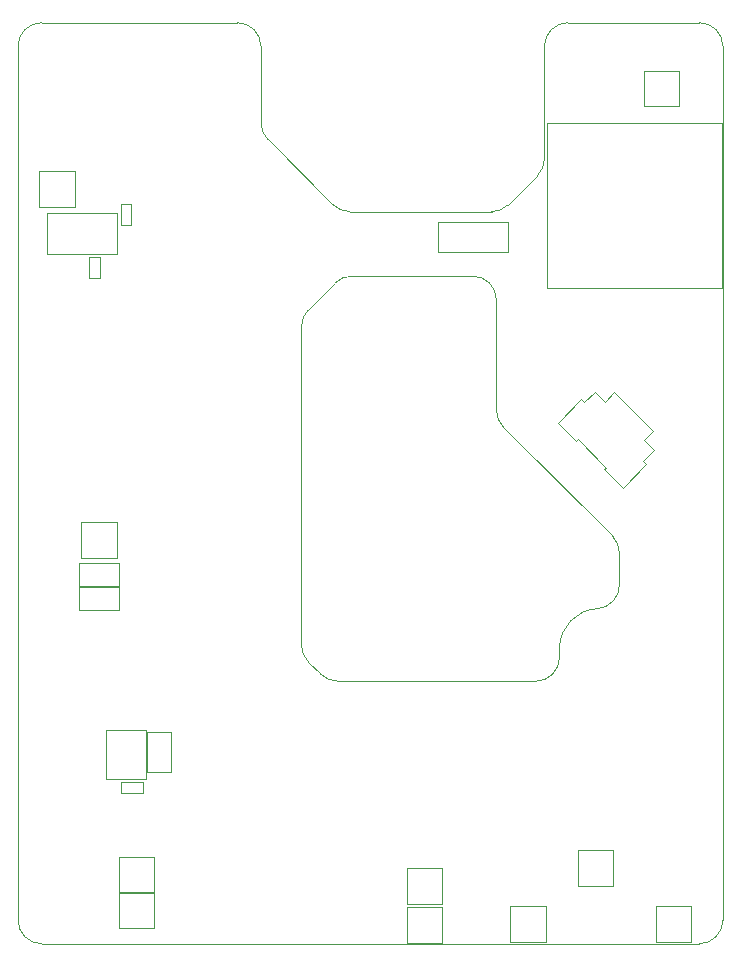
<source format=gbr>
G04 #@! TF.GenerationSoftware,KiCad,Pcbnew,9.0.3*
G04 #@! TF.CreationDate,2026-01-22T19:59:58+01:00*
G04 #@! TF.ProjectId,CM5IO,434d3549-4f2e-46b6-9963-61645f706362,rev?*
G04 #@! TF.SameCoordinates,Original*
G04 #@! TF.FileFunction,Other,User*
%FSLAX46Y46*%
G04 Gerber Fmt 4.6, Leading zero omitted, Abs format (unit mm)*
G04 Created by KiCad (PCBNEW 9.0.3) date 2026-01-22 19:59:58*
%MOMM*%
%LPD*%
G01*
G04 APERTURE LIST*
%ADD10C,0.050000*%
G04 #@! TA.AperFunction,Profile*
%ADD11C,0.050000*%
G04 #@! TD*
G04 APERTURE END LIST*
D10*
X152328298Y-90156198D02*
X153248298Y-90156198D01*
X152328298Y-88336198D02*
X152328298Y-90156198D01*
X153248298Y-90156198D02*
X153248298Y-88336198D01*
X153248298Y-88336198D02*
X152328298Y-88336198D01*
X154970000Y-83870000D02*
X154970000Y-85690000D01*
X154970000Y-85690000D02*
X155890000Y-85690000D01*
X155890000Y-83870000D02*
X154970000Y-83870000D01*
X155890000Y-85690000D02*
X155890000Y-83870000D01*
X148728000Y-88070000D02*
X148728000Y-84670000D01*
X148728000Y-88070000D02*
X154648000Y-88070000D01*
X154648000Y-84670000D02*
X148728000Y-84670000D01*
X154648000Y-84670000D02*
X154648000Y-88070000D01*
X191110000Y-77018000D02*
X191110000Y-91018000D01*
X191110000Y-91018000D02*
X205860000Y-91018000D01*
X205860000Y-77018000D02*
X191110000Y-77018000D01*
X205860000Y-91018000D02*
X205860000Y-77018000D01*
X187966000Y-146351000D02*
X187966000Y-143351000D01*
X187966000Y-146351000D02*
X190966000Y-146351000D01*
X190966000Y-143351000D02*
X187966000Y-143351000D01*
X190966000Y-143351000D02*
X190966000Y-146351000D01*
X151644000Y-113839000D02*
X151644000Y-110839000D01*
X151644000Y-113839000D02*
X154644000Y-113839000D01*
X154644000Y-110839000D02*
X151644000Y-110839000D01*
X154644000Y-110839000D02*
X154644000Y-113839000D01*
X193681000Y-141592801D02*
X193681000Y-138592801D01*
X193681000Y-141592801D02*
X196681000Y-141592801D01*
X196681000Y-138592801D02*
X193681000Y-138592801D01*
X196681000Y-138592801D02*
X196681000Y-141592801D01*
X200285000Y-146351000D02*
X200285000Y-143351000D01*
X200285000Y-146351000D02*
X203285000Y-146351000D01*
X203285000Y-143351000D02*
X200285000Y-143351000D01*
X203285000Y-143351000D02*
X203285000Y-146351000D01*
X199269000Y-75612000D02*
X199269000Y-72612000D01*
X199269000Y-75612000D02*
X202269000Y-75612000D01*
X202269000Y-72612000D02*
X199269000Y-72612000D01*
X202269000Y-72612000D02*
X202269000Y-75612000D01*
X151444000Y-114280000D02*
X151444000Y-116240000D01*
X151444000Y-116240000D02*
X154844000Y-116240000D01*
X154844000Y-114280000D02*
X151444000Y-114280000D01*
X154844000Y-116240000D02*
X154844000Y-114280000D01*
X179203000Y-146421000D02*
X179203000Y-143421000D01*
X179203000Y-146421000D02*
X182203000Y-146421000D01*
X182203000Y-143421000D02*
X179203000Y-143421000D01*
X182203000Y-143421000D02*
X182203000Y-146421000D01*
X157244000Y-128546000D02*
X157244000Y-131946000D01*
X157244000Y-131946000D02*
X159204000Y-131946000D01*
X159204000Y-128546000D02*
X157244000Y-128546000D01*
X159204000Y-131946000D02*
X159204000Y-128546000D01*
X179203000Y-143119000D02*
X179203000Y-140119000D01*
X179203000Y-143119000D02*
X182203000Y-143119000D01*
X182203000Y-140119000D02*
X179203000Y-140119000D01*
X182203000Y-140119000D02*
X182203000Y-143119000D01*
X181832001Y-87952001D02*
X181832001Y-85432001D01*
X181832001Y-87952001D02*
X187812001Y-87952001D01*
X187812001Y-85432001D02*
X181832001Y-85432001D01*
X187812001Y-85432001D02*
X187812001Y-87952001D01*
X153730000Y-128450000D02*
X157130000Y-128450000D01*
X153730000Y-132550000D02*
X153730000Y-128450000D01*
X157130000Y-128450000D02*
X157130000Y-132550000D01*
X157130000Y-132550000D02*
X153730000Y-132550000D01*
X151444000Y-116312000D02*
X151444000Y-118272000D01*
X151444000Y-118272000D02*
X154844000Y-118272000D01*
X154844000Y-116312000D02*
X151444000Y-116312000D01*
X154844000Y-118272000D02*
X154844000Y-116312000D01*
X148088000Y-84121000D02*
X148088000Y-81121000D01*
X148088000Y-84121000D02*
X151088000Y-84121000D01*
X151088000Y-81121000D02*
X148088000Y-81121000D01*
X151088000Y-81121000D02*
X151088000Y-84121000D01*
X154819000Y-142160000D02*
X154819000Y-139160000D01*
X154819000Y-142160000D02*
X157819000Y-142160000D01*
X157819000Y-139160000D02*
X154819000Y-139160000D01*
X157819000Y-139160000D02*
X157819000Y-142160000D01*
X191981806Y-102380431D02*
X193544512Y-103943137D01*
X193544512Y-103943137D02*
X193685933Y-103801716D01*
X193685933Y-103801716D02*
X196075954Y-106191737D01*
X193961705Y-100400532D02*
X191981806Y-102380431D01*
X194244548Y-100683375D02*
X193961705Y-100400532D01*
X195163786Y-99764136D02*
X194244548Y-100683375D01*
X195934533Y-106333158D02*
X197497239Y-107895864D01*
X196012315Y-100612664D02*
X195163786Y-99764136D01*
X196075954Y-106191737D02*
X195934533Y-106333158D01*
X196790132Y-99834847D02*
X196012315Y-100612664D01*
X197497239Y-107895864D02*
X199477138Y-105915965D01*
X199194295Y-105633122D02*
X200113534Y-104713884D01*
X199265006Y-103865355D02*
X200042823Y-103087538D01*
X199477138Y-105915965D02*
X199194295Y-105633122D01*
X200042823Y-103087538D02*
X196790132Y-99834847D01*
X200113534Y-104713884D02*
X199265006Y-103865355D01*
X154819000Y-145208000D02*
X154819000Y-142208000D01*
X154819000Y-145208000D02*
X157819000Y-145208000D01*
X157819000Y-142208000D02*
X154819000Y-142208000D01*
X157819000Y-142208000D02*
X157819000Y-145208000D01*
X155008000Y-132824000D02*
X155008000Y-133764000D01*
X155008000Y-133764000D02*
X156868000Y-133764000D01*
X156868000Y-132824000D02*
X155008000Y-132824000D01*
X156868000Y-133764000D02*
X156868000Y-132824000D01*
D11*
X170288978Y-121225633D02*
X170289000Y-94244427D01*
X173340373Y-124277000D02*
G75*
G02*
X171926143Y-123691229I-73J1999900D01*
G01*
X164860000Y-68524000D02*
G75*
G02*
X166860000Y-70524000I0J-2000000D01*
G01*
X170289000Y-94244427D02*
G75*
G02*
X170874773Y-92830199I2000000J27D01*
G01*
X190863000Y-80046323D02*
G75*
G02*
X190277223Y-81460545I-2000100J23D01*
G01*
X174546427Y-89987000D02*
X184799000Y-89987000D01*
X197213000Y-113421427D02*
X197213000Y-116141816D01*
X205976000Y-70524000D02*
X205976000Y-144502000D01*
X174387677Y-84526000D02*
G75*
G02*
X172973455Y-83940223I23J2000100D01*
G01*
X167445787Y-78412537D02*
G75*
G02*
X166859984Y-76998323I1414213J1414237D01*
G01*
X187384787Y-102764787D02*
X196627214Y-112007214D01*
X146286000Y-70524000D02*
G75*
G02*
X148286000Y-68524000I2000000J0D01*
G01*
X187797537Y-83940213D02*
X190277214Y-81460536D01*
X192133000Y-121500001D02*
G75*
G02*
X195370953Y-118135383I3369900J-2699D01*
G01*
X146286000Y-144502000D02*
X146286000Y-70524000D01*
X148286000Y-68524000D02*
X164860000Y-68524000D01*
X148286000Y-146502000D02*
G75*
G02*
X146286000Y-144502000I0J2000000D01*
G01*
X196627214Y-112007214D02*
G75*
G02*
X197213022Y-113421427I-1414314J-1414286D01*
G01*
X197212290Y-116141816D02*
G75*
G02*
X195371779Y-118135421I-1999990J16D01*
G01*
X192133000Y-122277000D02*
G75*
G02*
X190133000Y-124277000I-2000000J0D01*
G01*
X187384787Y-102764787D02*
G75*
G02*
X186798978Y-101350573I1414313J1414287D01*
G01*
X167445787Y-78412537D02*
X172973464Y-83940214D01*
X205976000Y-144502000D02*
G75*
G02*
X203976000Y-146502000I-2000000J0D01*
G01*
X170874786Y-122639846D02*
G75*
G02*
X170288977Y-121225633I1414214J1414246D01*
G01*
X184799000Y-89987000D02*
G75*
G02*
X186799000Y-91987000I0J-2000000D01*
G01*
X166860000Y-70524000D02*
X166860000Y-76998323D01*
X190863000Y-70524000D02*
G75*
G02*
X192863000Y-68524000I2000000J0D01*
G01*
X190133000Y-124277000D02*
X173340373Y-124277000D01*
X203976000Y-68524000D02*
G75*
G02*
X205976000Y-70524000I0J-2000000D01*
G01*
X203976000Y-146502000D02*
X148286000Y-146502000D01*
X190863000Y-80046323D02*
X190863000Y-70524000D01*
X174387677Y-84526000D02*
X186383323Y-84526000D01*
X186799000Y-91987000D02*
X186799000Y-101350573D01*
X171925713Y-123691213D02*
X170874786Y-122640286D01*
X192133000Y-121500001D02*
X192133000Y-122277000D01*
X170874787Y-92830213D02*
X173132214Y-90572786D01*
X192863000Y-68524000D02*
X203976000Y-68524000D01*
X187797537Y-83940213D02*
G75*
G02*
X186383323Y-84526016I-1414237J1414213D01*
G01*
X173132214Y-90572786D02*
G75*
G02*
X174546427Y-89987019I1414186J-1414214D01*
G01*
M02*

</source>
